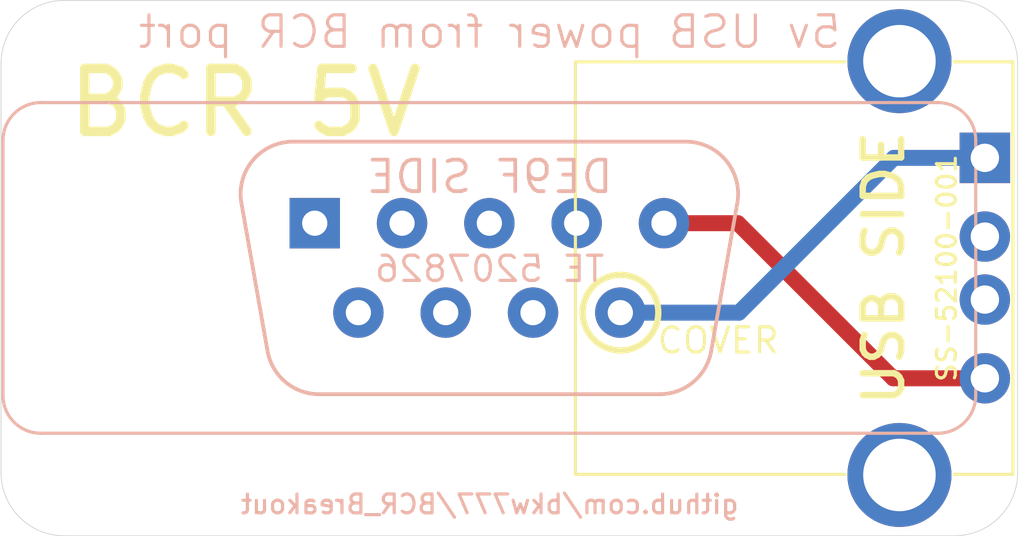
<source format=kicad_pcb>
(kicad_pcb (version 20171130) (host pcbnew 5.1.6-c6e7f7d~87~ubuntu19.10.1)

  (general
    (thickness 1.6)
    (drawings 23)
    (tracks 6)
    (zones 0)
    (modules 2)
    (nets 4)
  )

  (page A4)
  (layers
    (0 F.Cu signal)
    (31 B.Cu signal)
    (32 B.Adhes user)
    (33 F.Adhes user)
    (34 B.Paste user)
    (35 F.Paste user)
    (36 B.SilkS user)
    (37 F.SilkS user)
    (38 B.Mask user)
    (39 F.Mask user)
    (40 Dwgs.User user hide)
    (41 Cmts.User user hide)
    (42 Eco1.User user hide)
    (43 Eco2.User user hide)
    (44 Edge.Cuts user)
    (45 Margin user hide)
    (46 B.CrtYd user hide)
    (47 F.CrtYd user hide)
    (48 B.Fab user hide)
    (49 F.Fab user hide)
  )

  (setup
    (last_trace_width 0.25)
    (user_trace_width 0.508)
    (trace_clearance 0.2)
    (zone_clearance 0.508)
    (zone_45_only no)
    (trace_min 0.2)
    (via_size 0.8)
    (via_drill 0.4)
    (via_min_size 0.4)
    (via_min_drill 0.3)
    (user_via 0.508 0.3048)
    (uvia_size 0.3)
    (uvia_drill 0.1)
    (uvias_allowed no)
    (uvia_min_size 0.2)
    (uvia_min_drill 0.1)
    (edge_width 0.025)
    (segment_width 0.2)
    (pcb_text_width 0.3)
    (pcb_text_size 1.5 1.5)
    (mod_edge_width 0.1016)
    (mod_text_size 1 1)
    (mod_text_width 0.15)
    (pad_size 1.524 1.524)
    (pad_drill 0.762)
    (pad_to_mask_clearance 0)
    (aux_axis_origin 0 0)
    (grid_origin 127 95.758)
    (visible_elements FFFFFF7F)
    (pcbplotparams
      (layerselection 0x010fc_ffffffff)
      (usegerberextensions false)
      (usegerberattributes false)
      (usegerberadvancedattributes false)
      (creategerberjobfile false)
      (excludeedgelayer true)
      (linewidth 0.100000)
      (plotframeref false)
      (viasonmask false)
      (mode 1)
      (useauxorigin false)
      (hpglpennumber 1)
      (hpglpenspeed 20)
      (hpglpendiameter 15.000000)
      (psnegative false)
      (psa4output false)
      (plotreference true)
      (plotvalue true)
      (plotinvisibletext false)
      (padsonsilk false)
      (subtractmaskfromsilk false)
      (outputformat 1)
      (mirror false)
      (drillshape 1)
      (scaleselection 1)
      (outputdirectory ""))
  )

  (net 0 "")
  (net 1 /+5V)
  (net 2 /GND)
  (net 3 "Net-(CN2-PadSH)")

  (net_class Default "This is the default net class."
    (clearance 0.2)
    (trace_width 0.25)
    (via_dia 0.8)
    (via_drill 0.4)
    (uvia_dia 0.3)
    (uvia_drill 0.1)
    (add_net /+5V)
    (add_net /GND)
    (add_net "Net-(CN2-PadSH)")
  )

  (module 0_LOCAL:USB_A_Female_UE27AC54100 (layer F.Cu) (tedit 5F1010EA) (tstamp 5F0C1E7E)
    (at 140 95.758 270)
    (path /5F0C3585)
    (fp_text reference CN2 (at 0 -0.889 270 unlocked) (layer F.SilkS) hide
      (effects (font (size 1 1) (thickness 0.15)))
    )
    (fp_text value UE27AC54100 (at 0 11.35 270) (layer F.Fab)
      (effects (font (size 1 1) (thickness 0.15)))
    )
    (fp_line (start -6.55 -3.6) (end 6.55 -3.6) (layer F.SilkS) (width 0.1))
    (fp_line (start 6.55 1.725) (end 6.55 10.28) (layer F.SilkS) (width 0.1))
    (fp_line (start -6.55 1.725) (end -6.55 10.28) (layer F.SilkS) (width 0.1))
    (fp_line (start -6.55 -3.6) (end -6.55 -1.725) (layer F.SilkS) (width 0.1))
    (fp_line (start -6.55 -3.6) (end 6.55 -3.6) (layer F.Fab) (width 0.1))
    (fp_line (start 6.55 -3.6) (end 6.55 10.28) (layer F.Fab) (width 0.1))
    (fp_line (start -6.55 -3.6) (end -6.55 10.28) (layer F.Fab) (width 0.1))
    (fp_line (start -6.55 10.28) (end 6.55 10.28) (layer F.Fab) (width 0.1))
    (fp_line (start 6.55 -3.6) (end 6.55 -1.725) (layer F.SilkS) (width 0.1))
    (fp_line (start 6.55 10.28) (end -6.55 10.28) (layer F.SilkS) (width 0.1))
    (fp_line (start -8.45 -3.94) (end 8.45 -3.94) (layer F.CrtYd) (width 0.05))
    (fp_line (start 8.45 -3.94) (end 8.45 10.375) (layer F.CrtYd) (width 0.05))
    (fp_line (start -8.45 -3.94) (end -8.45 10.375) (layer F.CrtYd) (width 0.05))
    (fp_line (start -8.45 10.375) (end 8.45 10.375) (layer F.CrtYd) (width 0.05))
    (fp_text user %R (at -0.025 0.975 270) (layer F.Fab)
      (effects (font (size 1 1) (thickness 0.15)))
    )
    (pad 4 thru_hole circle (at 3.5 -2.71 270) (size 1.6 1.6) (drill 0.9) (layers *.Cu *.Mask)
      (net 2 /GND))
    (pad 3 thru_hole circle (at 1 -2.71 270) (size 1.6 1.6) (drill 0.9) (layers *.Cu *.Mask))
    (pad 2 thru_hole circle (at -1 -2.71 270) (size 1.6 1.6) (drill 0.9) (layers *.Cu *.Mask))
    (pad 1 thru_hole rect (at -3.5 -2.71 270) (size 1.6 1.6) (drill 0.9) (layers *.Cu *.Mask)
      (net 1 /+5V))
    (pad SH thru_hole circle (at 6.57 0 270) (size 3.3 3.3) (drill 2.3) (layers *.Cu *.Mask)
      (net 3 "Net-(CN2-PadSH)"))
    (pad SH thru_hole circle (at -6.57 0 270) (size 3.3 3.3) (drill 2.3) (layers *.Cu *.Mask)
      (net 3 "Net-(CN2-PadSH)"))
    (model ${KIPRJMOD}/3dmodels/USB-A_female_horiz_thru.step
      (offset (xyz 0 3.5 6.9))
      (scale (xyz 1 1 1))
      (rotate (xyz 0 0 0))
    )
  )

  (module 0_LOCAL:TE-5207826 (layer B.Cu) (tedit 5F103B7F) (tstamp 5F0FF5C2)
    (at 121.45 94.333 180)
    (descr "9-pin D-Sub connector, straight/vertical, THT-mount, female, pitch 2.77x2.84mm, distance of mounting holes 25mm, see https://disti-assets.s3.amazonaws.com/tonar/files/datasheets/16730.pdf")
    (tags "9-pin D-Sub connector straight vertical THT female pitch 2.77x2.84mm mounting holes distance 25mm")
    (path /5F0C8236)
    (fp_text reference CN1 (at -5.5372 1.7018 180) (layer B.SilkS) hide
      (effects (font (size 1 1) (thickness 0.15)) (justify mirror))
    )
    (fp_text value DB9_Female (at -5.54 -4.53 180) (layer B.Fab)
      (effects (font (size 1 1) (thickness 0.15)) (justify mirror))
    )
    (fp_line (start 9.89 -5.47) (end 9.89 2.63) (layer B.SilkS) (width 0.1))
    (fp_line (start -19.77 -6.67) (end 8.69 -6.67) (layer B.SilkS) (width 0.1))
    (fp_line (start -19.77 3.83) (end 8.69 3.83) (layer B.SilkS) (width 0.1))
    (fp_line (start 9.96 3.91) (end -21.04 3.91) (layer B.CrtYd) (width 0.05))
    (fp_line (start 9.96 -6.74) (end 9.96 3.91) (layer B.CrtYd) (width 0.05))
    (fp_line (start -21.04 -6.74) (end 9.96 -6.74) (layer B.CrtYd) (width 0.05))
    (fp_line (start -21.04 3.91) (end -21.04 -6.74) (layer B.CrtYd) (width 0.05))
    (fp_line (start -13.40647 0.641744) (end -12.577733 -4.058256) (layer B.SilkS) (width 0.12))
    (fp_line (start 2.32647 0.641744) (end 1.497733 -4.058256) (layer B.SilkS) (width 0.12))
    (fp_line (start -10.942952 -5.43) (end -0.137048 -5.43) (layer B.SilkS) (width 0.12))
    (fp_line (start -11.771689 2.59) (end 0.691689 2.59) (layer B.SilkS) (width 0.12))
    (fp_line (start -13.358887 0.652163) (end -12.53015 -4.047837) (layer B.Fab) (width 0.1))
    (fp_line (start 2.278887 0.652163) (end 1.45015 -4.047837) (layer B.Fab) (width 0.1))
    (fp_line (start -10.954457 -5.37) (end -0.125543 -5.37) (layer B.Fab) (width 0.1))
    (fp_line (start -11.783194 2.53) (end 0.703194 2.53) (layer B.Fab) (width 0.1))
    (fp_line (start -20.97 -5.47) (end -20.97 2.63) (layer B.SilkS) (width 0.1))
    (fp_line (start -5.54 -0.82) (end -5.54 -2.02) (layer Dwgs.User) (width 0.01))
    (fp_line (start -6.54 -1.42) (end -4.54 -1.42) (layer Dwgs.User) (width 0.01))
    (fp_arc (start -19.77 2.63) (end -19.77 3.83) (angle 90) (layer B.SilkS) (width 0.1))
    (fp_arc (start -19.77 -5.47) (end -20.97 -5.47) (angle 90) (layer B.SilkS) (width 0.1))
    (fp_arc (start 8.69 -5.47) (end 8.69 -6.67) (angle 90) (layer B.SilkS) (width 0.1))
    (fp_arc (start 8.69 2.63) (end 9.89 2.63) (angle 90) (layer B.SilkS) (width 0.1))
    (fp_text user %R (at -5.54 -1.42 180) (layer B.Fab)
      (effects (font (size 1 1) (thickness 0.15)) (justify mirror))
    )
    (fp_arc (start -0.137048 -3.77) (end -0.137048 -5.43) (angle 80) (layer B.SilkS) (width 0.12))
    (fp_arc (start -10.942952 -3.77) (end -10.942952 -5.43) (angle -80) (layer B.SilkS) (width 0.12))
    (fp_arc (start 0.691689 0.93) (end 0.691689 2.59) (angle -100) (layer B.SilkS) (width 0.12))
    (fp_arc (start -11.771689 0.93) (end -11.771689 2.59) (angle 100) (layer B.SilkS) (width 0.12))
    (fp_arc (start -0.125543 -3.77) (end -0.125543 -5.37) (angle 80) (layer B.Fab) (width 0.1))
    (fp_arc (start -10.954457 -3.77) (end -10.954457 -5.37) (angle -80) (layer B.Fab) (width 0.1))
    (fp_arc (start 0.703194 0.93) (end 0.703194 2.53) (angle -100) (layer B.Fab) (width 0.1))
    (fp_arc (start -11.783194 0.93) (end -11.783194 2.53) (angle 100) (layer B.Fab) (width 0.1))
    (pad 9 thru_hole circle (at -9.695 -2.84 180) (size 1.6 1.6) (drill 0.8) (layers *.Cu *.Mask)
      (net 1 /+5V))
    (pad 8 thru_hole circle (at -6.925 -2.84 180) (size 1.6 1.6) (drill 0.8) (layers *.Cu *.Mask))
    (pad 7 thru_hole circle (at -4.155 -2.84 180) (size 1.6 1.6) (drill 0.8) (layers *.Cu *.Mask))
    (pad 6 thru_hole circle (at -1.385 -2.84 180) (size 1.6 1.6) (drill 0.8) (layers *.Cu *.Mask))
    (pad 5 thru_hole circle (at -11.08 0 180) (size 1.6 1.6) (drill 0.8) (layers *.Cu *.Mask)
      (net 2 /GND))
    (pad 4 thru_hole circle (at -8.31 0 180) (size 1.6 1.6) (drill 0.8) (layers *.Cu *.Mask))
    (pad 3 thru_hole circle (at -5.54 0 180) (size 1.6 1.6) (drill 0.8) (layers *.Cu *.Mask))
    (pad 2 thru_hole circle (at -2.77 0 180) (size 1.6 1.6) (drill 0.8) (layers *.Cu *.Mask))
    (pad 1 thru_hole rect (at 0 0 180) (size 1.6 1.6) (drill 0.8) (layers *.Cu *.Mask))
    (model ${KIPRJMOD}/3dmodels/DE9F.step
      (offset (xyz -5.528 -1.42 12.2))
      (scale (xyz 1 1 1))
      (rotate (xyz 0 0 0))
    )
  )

  (gr_text COVER (at 134.25 98.058) (layer F.SilkS) (tstamp 5F268C67)
    (effects (font (size 0.8 0.8) (thickness 0.1)))
  )
  (gr_circle (center 131.15 97.173) (end 132.35 97.173) (layer F.SilkS) (width 0.2))
  (gr_line (start 120.65 93.533) (end 120.65 97.983) (layer Dwgs.User) (width 0.15) (tstamp 5F268A20))
  (gr_line (start 133.35 93.533) (end 120.65 93.533) (layer Dwgs.User) (width 0.15))
  (gr_line (start 133.35 97.983) (end 133.35 93.533) (layer Dwgs.User) (width 0.15))
  (gr_line (start 120.65 97.983) (end 133.35 97.983) (layer Dwgs.User) (width 0.15))
  (gr_arc (start 113.5 102.258) (end 111.5 102.258) (angle -90) (layer Edge.Cuts) (width 0.025) (tstamp 5F17A08B))
  (gr_arc (start 141.75 102.258) (end 141.75 104.258) (angle -90) (layer Edge.Cuts) (width 0.025) (tstamp 5F17A07C))
  (gr_arc (start 141.75 89.258) (end 143.75 89.258) (angle -90) (layer Edge.Cuts) (width 0.025) (tstamp 5F17A06D))
  (gr_arc (start 113.5 89.258) (end 113.5 87.258) (angle -90) (layer Edge.Cuts) (width 0.025))
  (gr_text "TE 5207826" (at 127 95.783) (layer B.SilkS) (tstamp 5F0FB6BF)
    (effects (font (size 0.8 0.8) (thickness 0.1)) (justify mirror))
  )
  (gr_text SS-52100-001 (at 141.5 95.758 90) (layer F.SilkS) (tstamp 5F0FB5FB)
    (effects (font (size 0.6 0.6) (thickness 0.1)))
  )
  (gr_text "github.com/bkw777/BCR_Breakout\n" (at 127 103.258) (layer B.SilkS) (tstamp 5F0FA981)
    (effects (font (size 0.6 0.6) (thickness 0.1)) (justify mirror))
  )
  (gr_text "5v USB power from BCR port" (at 127 88.258) (layer B.SilkS)
    (effects (font (size 1 1) (thickness 0.1)) (justify mirror))
  )
  (gr_line (start 114.3 87.376) (end 139.7 104.14) (layer Dwgs.User) (width 0.0254))
  (gr_line (start 114.3 104.14) (end 139.7 87.376) (layer Dwgs.User) (width 0.0254))
  (gr_text "BCR 5V" (at 119.25 90.508) (layer F.SilkS)
    (effects (font (size 2 2) (thickness 0.3)))
  )
  (gr_text "DE9F SIDE" (at 127 92.858) (layer B.SilkS)
    (effects (font (size 1 1) (thickness 0.12)) (justify mirror))
  )
  (gr_text "USB SIDE" (at 139.5 95.758 90) (layer F.SilkS)
    (effects (font (size 1.2192 1.2192) (thickness 0.2032)))
  )
  (gr_line (start 111.5 89.258) (end 111.5 102.258) (layer Edge.Cuts) (width 0.0254))
  (gr_line (start 141.75 87.258) (end 113.5 87.258) (layer Edge.Cuts) (width 0.0254))
  (gr_line (start 143.75 102.258) (end 143.75 89.258) (layer Edge.Cuts) (width 0.0254) (tstamp 5F0FF7D7))
  (gr_line (start 113.5 104.258) (end 141.75 104.258) (layer Edge.Cuts) (width 0.0254))

  (segment (start 134.91 97.173) (end 131.145 97.173) (width 0.508) (layer B.Cu) (net 1))
  (segment (start 142.71 92.258) (end 139.825 92.258) (width 0.508) (layer B.Cu) (net 1))
  (segment (start 139.825 92.258) (end 134.91 97.173) (width 0.508) (layer B.Cu) (net 1))
  (segment (start 134.875 94.333) (end 132.53 94.333) (width 0.508) (layer F.Cu) (net 2))
  (segment (start 142.71 99.258) (end 139.8 99.258) (width 0.508) (layer F.Cu) (net 2))
  (segment (start 139.8 99.258) (end 134.875 94.333) (width 0.508) (layer F.Cu) (net 2))

)

</source>
